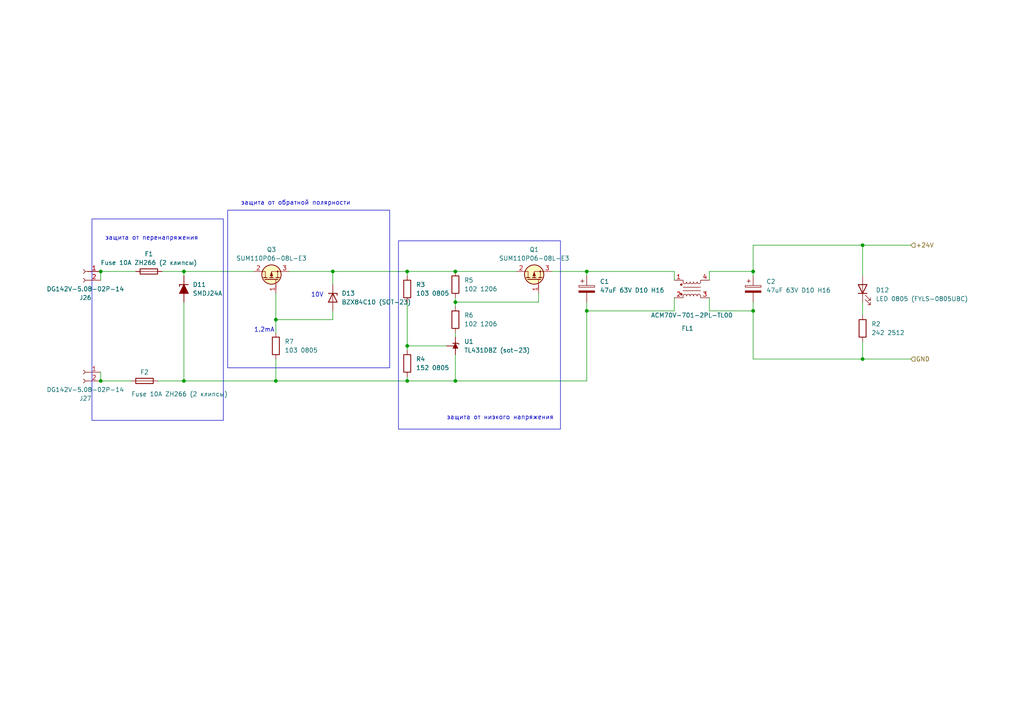
<source format=kicad_sch>
(kicad_sch (version 20230121) (generator eeschema)
  (paper "A4")
  (lib_symbols
    (symbol "Connector:Conn_01x02_Socket" (pin_names (offset 1.016) hide)
      (property "Reference" "J" (at 0 2.54 0))
      (property "Value" "Conn_01x02_Socket" (at 0 -5.08 0))
      (symbol "Conn_01x02_Socket_1_1"
        (arc (start 0 -2.032) (mid -0.5058 -2.54) (end 0 -3.048) (stroke (width 0.1524)))
        (polyline (pts (xy -1.27 -2.54) (xy -0.508 -2.54)) (stroke (width 0.1524)))
        (polyline (pts (xy -1.27 0) (xy -0.508 0)) (stroke (width 0.1524)))
        (arc (start 0 0.508) (mid -0.5058 0) (end 0 -0.508) (stroke (width 0.1524)))
        (pin passive line (at -5.08 0 0) (length 3.81) (name "Pin_1") (number "1"))
        (pin passive line (at -5.08 -2.54 0) (length 3.81) (name "Pin_2") (number "2"))
      )
    )
    (symbol "Device:C_Polarized" (pin_numbers hide) (pin_names (offset 0.254))
      (property "Reference" "C" (at 0.635 2.54 0))
      (property "Value" "C_Polarized" (at 0.635 -2.54 0))
      (symbol "C_Polarized_0_1"
        (rectangle (start -2.286 0.508) (end 2.286 1.016))
        (polyline (pts (xy -1.778 2.286) (xy -0.762 2.286)))
        (polyline (pts (xy -1.27 2.794) (xy -1.27 1.778)))
        (rectangle (start 2.286 -0.508) (end -2.286 -1.016) (fill (type outline)))
      )
      (symbol "C_Polarized_1_1"
        (pin passive line (at 0 3.81 270) (length 2.794) (name "~") (number "1"))
        (pin passive line (at 0 -3.81 90) (length 2.794) (name "~") (number "2"))
      )
    )
    (symbol "Device:Filter_EMI_LL_1423" (pin_names hide)
      (property "Reference" "FL" (at 0 4.445 0))
      (property "Value" "Filter_EMI_LL_1423" (at 0 -4.445 0))
      (symbol "Filter_EMI_LL_1423_0_1"
        (circle (center -3.048 -1.27) (radius 0.254) (fill (type outline)))
        (circle (center -3.048 1.524) (radius 0.254) (fill (type outline)))
        (arc (start -2.54 2.032) (mid -2.032 1.5262) (end -1.524 2.032))
        (arc (start -1.524 -2.032) (mid -2.032 -1.5262) (end -2.54 -2.032))
        (arc (start -1.524 2.032) (mid -1.016 1.5262) (end -0.508 2.032))
        (arc (start -0.508 -2.032) (mid -1.016 -1.5262) (end -1.524 -2.032))
        (arc (start -0.508 2.032) (mid 0 1.5262) (end 0.508 2.032))
        (polyline (pts (xy -2.54 -2.032) (xy -2.54 -2.54)))
        (polyline (pts (xy -2.54 0.508) (xy 2.54 0.508)))
        (polyline (pts (xy -2.54 2.032) (xy -2.54 2.54)))
        (polyline (pts (xy 2.54 -2.032) (xy 2.54 -2.54)))
        (polyline (pts (xy 2.54 -0.508) (xy -2.54 -0.508)))
        (polyline (pts (xy 2.54 2.54) (xy 2.54 2.032)))
        (arc (start 0.508 -2.032) (mid 0 -1.5262) (end -0.508 -2.032))
        (arc (start 0.508 2.032) (mid 1.016 1.5262) (end 1.524 2.032))
        (arc (start 1.524 -2.032) (mid 1.016 -1.5262) (end 0.508 -2.032))
        (arc (start 1.524 2.032) (mid 2.032 1.5262) (end 2.54 2.032))
        (arc (start 2.54 -2.032) (mid 2.032 -1.5262) (end 1.524 -2.032))
      )
      (symbol "Filter_EMI_LL_1423_1_1"
        (pin passive line (at -5.08 -2.54 0) (length 2.54) (name "1") (number "1"))
        (pin passive line (at -5.08 2.54 0) (length 2.54) (name "2") (number "2"))
        (pin passive line (at 5.08 2.54 180) (length 2.54) (name "3") (number "3"))
        (pin passive line (at 5.08 -2.54 180) (length 2.54) (name "4") (number "4"))
      )
    )
    (symbol "Device:Fuse" (pin_numbers hide) (pin_names (offset 0))
      (property "Reference" "F" (at 2.032 0 90))
      (property "Value" "Fuse" (at -1.905 0 90))
      (symbol "Fuse_0_1"
        (rectangle (start -0.762 -2.54) (end 0.762 2.54) (stroke (width 0.254)))
        (polyline (pts (xy 0 2.54) (xy 0 -2.54)))
      )
      (symbol "Fuse_1_1"
        (pin passive line (at 0 3.81 270) (length 1.27) (name "~") (number "1"))
        (pin passive line (at 0 -3.81 90) (length 1.27) (name "~") (number "2"))
      )
    )
    (symbol "Device:LED" (pin_numbers hide) (pin_names (offset 1.016) hide)
      (property "Reference" "D" (at 0 2.54 0))
      (property "Value" "LED" (at 0 -2.54 0))
      (symbol "LED_0_1"
        (polyline (pts (xy -1.27 -1.27) (xy -1.27 1.27)) (stroke (width 0.254)))
        (polyline (pts (xy -1.27 0) (xy 1.27 0)))
        (polyline (pts (xy 1.27 -1.27) (xy 1.27 1.27) (xy -1.27 0) (xy 1.27 -1.27)) (stroke (width 0.254)))
        (polyline (pts (xy -3.048 -0.762) (xy -4.572 -2.286) (xy -3.81 -2.286) (xy -4.572 -2.286) (xy -4.572 -1.524)))
        (polyline (pts (xy -1.778 -0.762) (xy -3.302 -2.286) (xy -2.54 -2.286) (xy -3.302 -2.286) (xy -3.302 -1.524)))
      )
      (symbol "LED_1_1"
        (pin passive line (at -3.81 0 0) (length 2.54) (name "K") (number "1"))
        (pin passive line (at 3.81 0 180) (length 2.54) (name "A") (number "2"))
      )
    )
    (symbol "Device:R" (pin_numbers hide) (pin_names (offset 0))
      (property "Reference" "R" (at 2.032 0 90))
      (property "Value" "R" (at 0 0 90))
      (symbol "R_0_1"
        (rectangle (start -1.016 -2.54) (end 1.016 2.54) (stroke (width 0.254)))
      )
      (symbol "R_1_1"
        (pin passive line (at 0 3.81 270) (length 1.27) (name "~") (number "1"))
        (pin passive line (at 0 -3.81 90) (length 1.27) (name "~") (number "2"))
      )
    )
    (symbol "Diode:BZX84Cxx" (pin_numbers hide) (pin_names hide)
      (property "Reference" "D" (at 0 3.81 0))
      (property "Value" "BZX84Cxx" (at 0 -3.81 0))
      (symbol "BZX84Cxx_0_1"
        (polyline (pts (xy 1.27 0) (xy -1.27 0)))
        (polyline (pts (xy -1.27 -1.27) (xy -1.27 1.27) (xy -0.762 1.27)) (stroke (width 0.254)))
        (polyline (pts (xy 1.27 -1.27) (xy 1.27 1.27) (xy -1.27 0) (xy 1.27 -1.27)) (stroke (width 0.254)))
      )
      (symbol "BZX84Cxx_1_1"
        (pin passive line (at 3.81 0 180) (length 2.54) (name "A") (number "1"))
        (pin no_connect line (at 1.27 0 180) (length 2.54) hide (name "NC") (number "2"))
        (pin passive line (at -3.81 0 0) (length 2.54) (name "K") (number "3"))
      )
    )
    (symbol "PCM_Diode_TVS_AKL:SMDJ24A" (pin_numbers hide) (pin_names (offset 1.016) hide)
      (property "Reference" "D" (at 0 5.08 0))
      (property "Value" "SMDJ24A" (at 0 2.54 0))
      (symbol "SMDJ24A_0_1"
        (polyline (pts (xy -1.27 0) (xy 1.27 0)))
        (polyline (pts (xy 1.27 -1.27) (xy 1.27 1.27)) (stroke (width 0.254)))
        (polyline (pts (xy 1.27 1.27) (xy 0.762 1.27)) (stroke (width 0.254)))
        (polyline (pts (xy -1.27 1.27) (xy -1.27 -1.27) (xy 1.27 0) (xy -1.27 1.27)) (stroke (width 0.254)) (fill (type outline)))
      )
      (symbol "SMDJ24A_1_1"
        (pin passive line (at 3.81 0 180) (length 2.54) (name "K") (number "1"))
        (pin passive line (at -3.81 0 0) (length 2.54) (name "A") (number "2"))
      )
    )
    (symbol "PCM_Transistor_MOSFET_AKL:SUM110P06-07L" (pin_names hide)
      (property "Reference" "Q" (at 5.08 1.27 0))
      (property "Value" "SUM110P06-07L" (at 5.08 -1.27 0))
      (symbol "SUM110P06-07L_0_1"
        (polyline (pts (xy 0.254 -1.905) (xy 0.254 1.905)) (stroke (width 0.254)))
        (polyline (pts (xy 0.254 1.27) (xy -2.54 1.27)))
        (polyline (pts (xy 0.762 -2.286) (xy 0.762 -1.27)) (stroke (width 0.254)))
        (polyline (pts (xy 0.762 -1.778) (xy 2.54 -1.778)))
        (polyline (pts (xy 0.762 -0.508) (xy 0.762 0.508)) (stroke (width 0.254)))
        (polyline (pts (xy 0.762 1.27) (xy 0.762 2.286)) (stroke (width 0.254)))
        (polyline (pts (xy 0.762 1.778) (xy 2.54 1.778)))
        (polyline (pts (xy 2.54 -2.54) (xy 2.54 -1.778)))
        (polyline (pts (xy 2.54 2.54) (xy 2.54 0) (xy 0.762 0)))
        (polyline (pts (xy 2.286 0) (xy 1.27 -0.381) (xy 1.27 0.381) (xy 2.286 0)) (fill (type outline)))
      )
      (symbol "SUM110P06-07L_1_1"
        (circle (center 1.651 0) (radius 2.794) (stroke (width 0.254)) (fill (type background)))
        (circle (center 2.54 1.778) (radius 0.1778) (fill (type outline)))
        (pin input line (at -3.81 1.27 0) (length 2.54) (name "G") (number "1"))
        (pin passive line (at 2.54 -5.08 90) (length 2.54) (name "D") (number "2"))
        (pin passive line (at 2.54 5.08 270) (length 2.54) (name "S") (number "3"))
      )
    )
    (symbol "Reference_Voltage:TL431DBZ" (pin_numbers hide) (pin_names hide)
      (property "Reference" "U" (at -2.54 2.54 0))
      (property "Value" "TL431DBZ" (at 0 -2.54 0))
      (symbol "TL431DBZ_0_1"
        (polyline (pts (xy -1.27 0) (xy 0 0) (xy 1.27 0)))
        (polyline (pts (xy -0.762 0.762) (xy 0.762 0) (xy -0.762 -0.762)) (fill (type outline)))
        (polyline (pts (xy 0.508 -1.016) (xy 0.762 -0.762) (xy 0.762 0.762) (xy 0.762 0.762)) (stroke (width 0.254)))
      )
      (symbol "TL431DBZ_1_1"
        (pin passive line (at 2.54 0 180) (length 2.54) (name "K") (number "1"))
        (pin passive line (at 0 2.54 270) (length 2.54) (name "REF") (number "2"))
        (pin passive line (at -2.54 0 0) (length 2.54) (name "A") (number "3"))
      )
    )
  )
  (junction (at 96.52 78.74))
  (junction (at 53.34 78.74))
  (junction (at 29.21 78.74))
  (junction (at 218.44 90.17))
  (junction (at 218.44 78.74))
  (junction (at 170.18 90.17))
  (junction (at 250.19 71.12))
  (junction (at 132.08 110.49))
  (junction (at 118.11 78.74))
  (junction (at 132.08 78.74))
  (junction (at 53.34 110.49))
  (junction (at 80.01 110.49))
  (junction (at 29.21 110.49))
  (junction (at 170.18 78.74))
  (junction (at 132.08 87.63))
  (junction (at 118.11 100.33))
  (junction (at 80.01 92.71))
  (junction (at 250.19 104.14))
  (junction (at 118.11 110.49))
  (wire (pts (xy 96.52 78.74) (xy 83.82 78.74)))
  (wire (pts (xy 160.02 78.74) (xy 170.18 78.74)))
  (wire (pts (xy 129.54 100.33) (xy 118.11 100.33)))
  (wire (pts (xy 118.11 110.49) (xy 118.11 109.22)))
  (wire (pts (xy 218.44 104.14) (xy 250.19 104.14)))
  (wire (pts (xy 170.18 110.49) (xy 132.08 110.49)))
  (wire (pts (xy 250.19 71.12) (xy 250.19 80.01)))
  (wire (pts (xy 73.66 78.74) (xy 53.34 78.74)))
  (wire (pts (xy 53.34 78.74) (xy 53.34 80.01)))
  (wire (pts (xy 195.58 86.36) (xy 195.58 90.17)))
  (wire (pts (xy 170.18 80.01) (xy 170.18 78.74)))
  (wire (pts (xy 53.34 87.63) (xy 53.34 110.49)))
  (wire (pts (xy 250.19 104.14) (xy 264.16 104.14)))
  (wire (pts (xy 218.44 71.12) (xy 250.19 71.12)))
  (wire (pts (xy 29.21 78.74) (xy 29.21 81.28)))
  (wire (pts (xy 195.58 78.74) (xy 195.58 81.28)))
  (wire (pts (xy 80.01 104.14) (xy 80.01 110.49)))
  (wire (pts (xy 80.01 110.49) (xy 118.11 110.49)))
  (wire (pts (xy 218.44 87.63) (xy 218.44 90.17)))
  (wire (pts (xy 132.08 87.63) (xy 132.08 86.36)))
  (wire (pts (xy 29.21 110.49) (xy 38.1 110.49)))
  (wire (pts (xy 205.74 86.36) (xy 205.74 90.17)))
  (wire (pts (xy 45.72 110.49) (xy 53.34 110.49)))
  (wire (pts (xy 132.08 110.49) (xy 118.11 110.49)))
  (wire (pts (xy 156.21 85.09) (xy 156.21 87.63)))
  (wire (pts (xy 156.21 87.63) (xy 132.08 87.63)))
  (wire (pts (xy 53.34 110.49) (xy 80.01 110.49)))
  (wire (pts (xy 205.74 78.74) (xy 218.44 78.74)))
  (wire (pts (xy 132.08 78.74) (xy 149.86 78.74)))
  (wire (pts (xy 218.44 71.12) (xy 218.44 78.74)))
  (wire (pts (xy 170.18 90.17) (xy 195.58 90.17)))
  (wire (pts (xy 118.11 78.74) (xy 96.52 78.74)))
  (wire (pts (xy 205.74 81.28) (xy 205.74 78.74)))
  (wire (pts (xy 205.74 90.17) (xy 218.44 90.17)))
  (wire (pts (xy 250.19 71.12) (xy 264.16 71.12)))
  (wire (pts (xy 132.08 102.87) (xy 132.08 110.49)))
  (wire (pts (xy 250.19 87.63) (xy 250.19 91.44)))
  (wire (pts (xy 170.18 90.17) (xy 170.18 110.49)))
  (wire (pts (xy 118.11 78.74) (xy 118.11 80.01)))
  (wire (pts (xy 80.01 92.71) (xy 80.01 96.52)))
  (wire (pts (xy 96.52 92.71) (xy 80.01 92.71)))
  (wire (pts (xy 29.21 107.95) (xy 29.21 110.49)))
  (wire (pts (xy 29.21 78.74) (xy 39.37 78.74)))
  (wire (pts (xy 170.18 78.74) (xy 195.58 78.74)))
  (wire (pts (xy 250.19 99.06) (xy 250.19 104.14)))
  (wire (pts (xy 170.18 87.63) (xy 170.18 90.17)))
  (wire (pts (xy 118.11 87.63) (xy 118.11 100.33)))
  (wire (pts (xy 46.99 78.74) (xy 53.34 78.74)))
  (wire (pts (xy 80.01 85.09) (xy 80.01 92.71)))
  (wire (pts (xy 96.52 78.74) (xy 96.52 82.55)))
  (wire (pts (xy 218.44 80.01) (xy 218.44 78.74)))
  (wire (pts (xy 218.44 104.14) (xy 218.44 90.17)))
  (wire (pts (xy 132.08 78.74) (xy 118.11 78.74)))
  (wire (pts (xy 96.52 90.17) (xy 96.52 92.71)))
  (wire (pts (xy 118.11 100.33) (xy 118.11 101.6)))
  (wire (pts (xy 132.08 88.9) (xy 132.08 87.63)))
  (wire (pts (xy 132.08 97.79) (xy 132.08 96.52)))
  (rectangle (start 115.57 69.85) (end 162.56 124.46))
  (rectangle (start 26.67 63.5) (end 64.77 121.92))
  (rectangle (start 66.04 60.96) (end 113.03 106.68))
  (text "защита от обратной полярности" (at 69.85 59.69 0) (effects (font (size 1.27 1.27)) (justify left bottom)))
  (text "10V" (at 90.17 86.36 0) (effects (font (size 1.27 1.27)) (justify left bottom)))
  (text "защита от низкого напряжения" (at 129.54 121.92 0) (effects (font (size 1.27 1.27)) (justify left bottom)))
  (text "защита от перенапряжения\n" (at 30.48 69.85 0) (effects (font (size 1.27 1.27)) (justify left bottom)))
  (text "1.2mA" (at 73.66 96.52 0) (effects (font (size 1.27 1.27)) (justify left bottom)))
  (hierarchical_label "GND" (shape input) (at 264.16 104.14 0))
  (hierarchical_label "+24V" (shape input) (at 264.16 71.12 0))
  (symbol (lib_id "Connector:Conn_01x02_Socket") (at 24.13 107.95 0) (mirror y) (unit 1)
    (property "Reference" "J27" (at 24.765 115.57 0))
    (property "Value" "DG142V-5.08-02P-14" (at 24.765 113.03 0))
    (property "Footprint" "Connector:DG142V-5.08-02P-14" (effects hide))
  )
  (symbol (lib_id "Device:R") (at 132.08 82.55 0) (unit 1)
    (property "Reference" "R5" (at 134.62 81.28 0) (effects (justify left)))
    (property "Value" "102 1206" (at 134.62 83.82 0) (effects (justify left)))
    (property "Footprint" "PCM_Resistor_SMD_AKL:R_1206_3216Metric_Pad1.42x1.75mm_HandSolder" (effects hide))
  )
  (symbol (lib_id "Device:R") (at 118.11 105.41 0) (unit 1)
    (property "Reference" "R4" (at 120.65 104.14 0) (effects (justify left)))
    (property "Value" "152 0805" (at 120.65 106.68 0) (effects (justify left)))
    (property "Footprint" "PCM_Resistor_SMD_AKL:R_0805_2012Metric_Pad1.20x1.40mm_HandSolder" (effects hide))
  )
  (symbol (lib_id "Device:C_Polarized") (at 170.18 83.82 0) (unit 1)
    (property "Reference" "C1" (at 173.99 81.661 0) (effects (justify left)))
    (property "Value" "47uF 63V D10 H16" (at 173.99 84.201 0) (effects (justify left)))
    (property "Footprint" "PCM_Capacitor_THT_AKL_Double:CP_Radial_D10.0mm_P5.00mm" (effects hide))
  )
  (symbol (lib_id "Device:Filter_EMI_LL_1423") (at 200.66 83.82 0) (mirror x) (unit 1)
    (property "Reference" "FL1" (at 199.39 95.25 0))
    (property "Value" "ACM70V-701-2PL-TL00" (at 200.66 91.44 0))
    (property "Footprint" "Filter:ACM12V" (effects hide))
  )
  (symbol (lib_id "Device:R") (at 118.11 83.82 0) (unit 1)
    (property "Reference" "R3" (at 120.65 82.55 0) (effects (justify left)))
    (property "Value" "103 0805" (at 120.65 85.09 0) (effects (justify left)))
    (property "Footprint" "PCM_Resistor_SMD_AKL:R_0805_2012Metric_Pad1.20x1.40mm_HandSolder" (effects hide))
  )
  (symbol (lib_id "Device:C_Polarized") (at 218.44 83.82 0) (unit 1)
    (property "Reference" "C2" (at 222.25 81.661 0) (effects (justify left)))
    (property "Value" "47uF 63V D10 H16" (at 222.25 84.201 0) (effects (justify left)))
    (property "Footprint" "PCM_Capacitor_THT_AKL_Double:CP_Radial_D10.0mm_P5.00mm" (effects hide))
  )
  (symbol (lib_id "Device:Fuse") (at 43.18 78.74 270) (unit 1)
    (property "Reference" "F1" (at 43.18 73.66 90))
    (property "Value" "Fuse 10A ZH266 (2 клипсы)" (at 43.18 76.2 90))
    (property "Footprint" "Fuse:Fuseholder_100_series_5x20mm_D1,5" (effects hide))
    (instances (project "Материнская плата" (path "" (reference "F1") (unit 1))) (project "Плата симистров" (path "" (reference "F5") (unit 1))))
  )
  (symbol (lib_id "Device:R") (at 250.19 95.25 0) (unit 1)
    (property "Reference" "R2" (at 252.73 93.98 0) (effects (justify left)))
    (property "Value" "242 2512" (at 252.73 96.52 0) (effects (justify left)))
    (property "Footprint" "PCM_Resistor_SMD_AKL:R_2512_6332Metric_Pad1.52x3.35mm_HandSolder" (effects hide))
  )
  (symbol (lib_id "Diode:BZX84Cxx") (at 96.52 86.36 270) (unit 1)
    (property "Reference" "D13" (at 99.06 85.09 90) (effects (justify left)))
    (property "Value" "BZX84C10 (SOT-23)" (at 99.06 87.63 90) (effects (justify left)))
    (property "Footprint" "Package_TO_SOT_SMD:SOT-23" (effects hide))
    (property "Datasheet" "https://diotec.com/tl_files/diotec/files/pdf/datasheets/bzx84c2v4.pdf" (effects hide))
  )
  (symbol (lib_id "Device:Fuse") (at 41.91 110.49 270) (unit 1)
    (property "Reference" "F2" (at 41.91 107.95 90))
    (property "Value" "Fuse 10A ZH266 (2 клипсы)" (at 52.07 114.3 90))
    (property "Footprint" "Fuse:Fuseholder_100_series_5x20mm_D1,5" (effects hide))
    (instances (project "Материнская плата" (path "" (reference "F2") (unit 1))) (project "Плата симистров" (path "" (reference "F5") (unit 1))))
  )
  (symbol (lib_id "Device:LED") (at 250.19 83.82 90) (unit 1)
    (property "Reference" "D12" (at 254 84.1375 90) (effects (justify right)))
    (property "Value" "LED 0805 (FYLS-0805UBC)" (at 254 86.6775 90) (effects (justify right)))
    (property "Footprint" "LED_SMD:LED_0805_2012Metric_Pad1.15x1.40mm_HandSolder" (effects hide))
  )
  (symbol (lib_id "Reference_Voltage:TL431DBZ") (at 132.08 100.33 90) (unit 1)
    (property "Reference" "U1" (at 134.62 99.06 90) (effects (justify right)))
    (property "Value" "TL431DBZ (sot-23)" (at 134.62 101.6 90) (effects (justify right)))
    (property "Footprint" "Package_TO_SOT_SMD:SOT-23" (effects hide))
    (property "Datasheet" "http://www.ti.com/lit/ds/symlink/tl431.pdf" (effects hide))
  )
  (symbol (lib_id "PCM_Diode_TVS_AKL:SMDJ24A") (at 53.34 83.82 90) (unit 1)
    (property "Reference" "D11" (at 55.88 82.55 90) (effects (justify right)))
    (property "Value" "SMDJ24A" (at 55.88 85.09 90) (effects (justify right)))
    (property "Footprint" "PCM_Diode_SMD_AKL:D_SMC" (effects hide))
    (property "Datasheet" "https://www.tme.eu/Document/4a6854b1e908cef2d4e303b78e55e907/SMDJ_ser.pdf" (effects hide))
  )
  (symbol (lib_id "Device:R") (at 132.08 92.71 0) (unit 1)
    (property "Reference" "R6" (at 134.62 91.44 0) (effects (justify left)))
    (property "Value" "102 1206" (at 134.62 93.98 0) (effects (justify left)))
    (property "Footprint" "PCM_Resistor_SMD_AKL:R_1206_3216Metric_Pad1.42x1.75mm_HandSolder" (effects hide))
  )
  (symbol (lib_id "PCM_Transistor_MOSFET_AKL:SUM110P06-07L") (at 78.74 81.28 270) (mirror x) (unit 1)
    (property "Reference" "Q3" (at 78.74 72.39 90))
    (property "Value" "SUM110P06-08L-E3" (at 78.74 74.93 90))
    (property "Footprint" "PCM_Package_TO_SOT_SMD_AKL:TO-263-2" (effects hide))
    (property "Datasheet" "https://www.tme.eu/Document/133f1737b7e12eb20457a6d254c73e01/sum110p06-07l.pdf" (effects hide))
  )
  (symbol (lib_id "PCM_Transistor_MOSFET_AKL:SUM110P06-07L") (at 154.94 81.28 270) (mirror x) (unit 1)
    (property "Reference" "Q1" (at 154.94 72.39 90))
    (property "Value" "SUM110P06-08L-E3" (at 154.94 74.93 90))
    (property "Footprint" "PCM_Package_TO_SOT_SMD_AKL:TO-263-2" (effects hide))
    (property "Datasheet" "https://www.tme.eu/Document/133f1737b7e12eb20457a6d254c73e01/sum110p06-07l.pdf" (effects hide))
  )
  (symbol (lib_id "Connector:Conn_01x02_Socket") (at 24.13 78.74 0) (mirror y) (unit 1)
    (property "Reference" "J26" (at 24.765 86.36 0))
    (property "Value" "DG142V-5.08-02P-14" (at 24.765 83.82 0))
    (property "Footprint" "Connector:DG142V-5.08-02P-14" (effects hide))
  )
  (symbol (lib_id "Device:R") (at 80.01 100.33 0) (unit 1)
    (property "Reference" "R7" (at 82.55 99.06 0) (effects (justify left)))
    (property "Value" "103 0805" (at 82.55 101.6 0) (effects (justify left)))
    (property "Footprint" "PCM_Resistor_SMD_AKL:R_0805_2012Metric_Pad1.20x1.40mm_HandSolder" (effects hide))
  )
)
</source>
